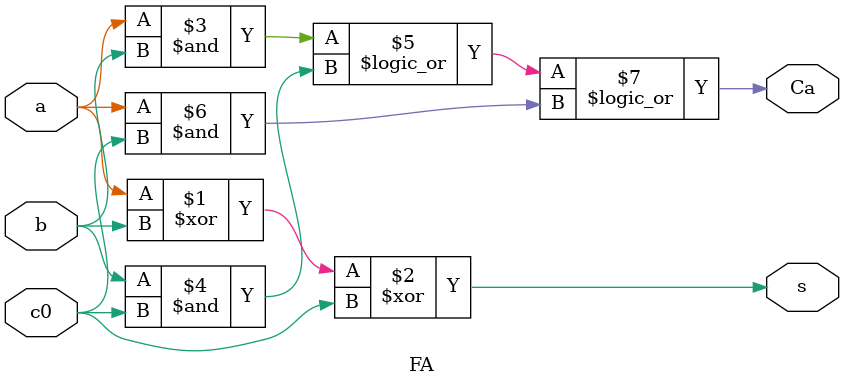
<source format=v>
`timescale 1ns / 1ps
module FA(
	input a,b,c0,
	output s,Ca
    );
	 assign s=a^b^c0;
	 assign Ca=(a&b)||(b&c0)||(a&c0);

endmodule

</source>
